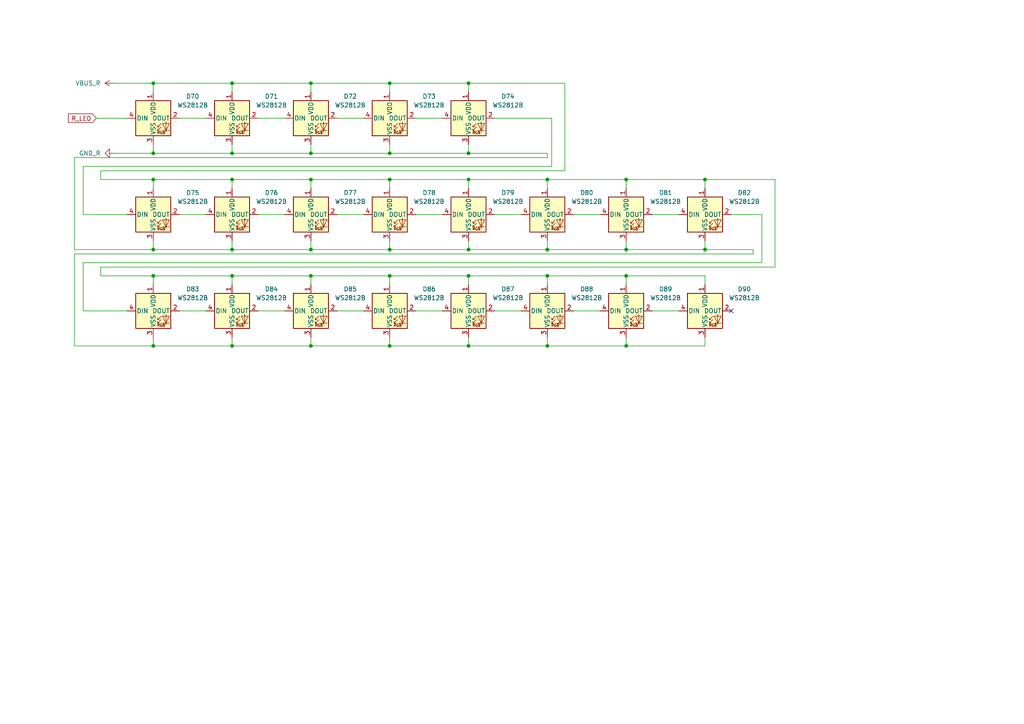
<source format=kicad_sch>
(kicad_sch (version 20231120) (generator "eeschema") (generator_version "8.0")
  (paper "A4")
  (lib_symbols
    (symbol "LED:WS2812B" (pin_names (offset 0.254))
      (property "Reference" "D" (at 5.08 5.715 0))
      (property "Value" "WS2812B" (at 1.27 -5.715 0))
      (symbol "WS2812B_0_0"
        (text "RGB" (at 2.286 -4.191 0) (effects (font (size 0.762 0.762))))
      )
      (symbol "WS2812B_0_1"
        (polyline (pts (xy 1.27 -3.556) (xy 1.778 -3.556)))
        (polyline (pts (xy 1.27 -2.54) (xy 1.778 -2.54)))
        (polyline (pts (xy 4.699 -3.556) (xy 2.667 -3.556)))
        (polyline (pts (xy 2.286 -2.54) (xy 1.27 -3.556) (xy 1.27 -3.048)))
        (polyline (pts (xy 2.286 -1.524) (xy 1.27 -2.54) (xy 1.27 -2.032)))
        (polyline (pts (xy 3.683 -1.016) (xy 3.683 -3.556) (xy 3.683 -4.064)))
        (polyline (pts (xy 4.699 -1.524) (xy 2.667 -1.524) (xy 3.683 -3.556) (xy 4.699 -1.524)))
        (rectangle (start 5.08 5.08) (end -5.08 -5.08) (stroke (width 0.254)) (fill (type background)))
      )
      (symbol "WS2812B_1_1"
        (pin power_in line (at 0 7.62 270) (length 2.54) (name "VDD") (number "1"))
        (pin output line (at 7.62 0 180) (length 2.54) (name "DOUT") (number "2"))
        (pin power_in line (at 0 -7.62 90) (length 2.54) (name "VSS") (number "3"))
        (pin input line (at -7.62 0 0) (length 2.54) (name "DIN") (number "4"))
      )
    )
    (symbol "power:GND" (power) (pin_numbers hide) (pin_names (offset 0) hide)
      (property "Value" "GND" (at 0 -3.81 0))
      (symbol "GND_0_1"
        (polyline (pts (xy 0 0) (xy 0 -1.27) (xy 1.27 -1.27) (xy 0 -2.54) (xy -1.27 -1.27) (xy 0 -1.27)))
      )
      (symbol "GND_1_1"
        (pin power_in line (at 0 0 270) (length 0) (name "~") (number "1"))
      )
    )
    (symbol "power:VBUS" (power) (pin_numbers hide) (pin_names (offset 0) hide)
      (property "Value" "VBUS" (at 0 3.556 0))
      (symbol "VBUS_0_1"
        (polyline (pts (xy -0.762 1.27) (xy 0 2.54)))
        (polyline (pts (xy 0 0) (xy 0 2.54)))
        (polyline (pts (xy 0 2.54) (xy 0.762 1.27)))
      )
      (symbol "VBUS_1_1"
        (pin power_in line (at 0 0 90) (length 0) (name "~") (number "1"))
      )
    )
  )
  (junction (at 113.03 52.07))
  (junction (at 44.45 100.33))
  (junction (at 204.47 52.07))
  (junction (at 67.31 52.07))
  (junction (at 135.89 52.07))
  (junction (at 135.89 80.01))
  (junction (at 158.75 100.33))
  (junction (at 158.75 80.01))
  (junction (at 158.75 52.07))
  (junction (at 44.45 52.07))
  (junction (at 113.03 72.39))
  (junction (at 113.03 24.13))
  (junction (at 44.45 80.01))
  (junction (at 67.31 24.13))
  (junction (at 67.31 72.39))
  (junction (at 113.03 80.01))
  (junction (at 181.61 100.33))
  (junction (at 90.17 44.45))
  (junction (at 181.61 80.01))
  (junction (at 181.61 72.39))
  (junction (at 67.31 44.45))
  (junction (at 135.89 72.39))
  (junction (at 44.45 44.45))
  (junction (at 181.61 52.07))
  (junction (at 204.47 72.39))
  (junction (at 90.17 72.39))
  (junction (at 67.31 100.33))
  (junction (at 67.31 80.01))
  (junction (at 113.03 44.45))
  (junction (at 90.17 52.07))
  (junction (at 44.45 72.39))
  (junction (at 44.45 24.13))
  (junction (at 135.89 24.13))
  (junction (at 90.17 80.01))
  (junction (at 113.03 100.33))
  (junction (at 90.17 100.33))
  (junction (at 90.17 24.13))
  (junction (at 158.75 72.39))
  (junction (at 135.89 44.45))
  (junction (at 135.89 100.33))
  (no_connect (at 212.09 90.17))
  (wire (pts (xy 21.59 100.33) (xy 44.45 100.33)))
  (wire (pts (xy 160.02 34.29) (xy 160.02 48.26)))
  (wire (pts (xy 44.45 44.45) (xy 67.31 44.45)))
  (wire (pts (xy 90.17 72.39) (xy 113.03 72.39)))
  (wire (pts (xy 143.51 34.29) (xy 160.02 34.29)))
  (wire (pts (xy 220.98 62.23) (xy 220.98 76.2)))
  (wire (pts (xy 212.09 62.23) (xy 220.98 62.23)))
  (wire (pts (xy 67.31 24.13) (xy 67.31 26.67)))
  (wire (pts (xy 158.75 80.01) (xy 181.61 80.01)))
  (wire (pts (xy 166.37 90.17) (xy 173.99 90.17)))
  (wire (pts (xy 21.59 72.39) (xy 44.45 72.39)))
  (wire (pts (xy 113.03 80.01) (xy 113.03 82.55)))
  (wire (pts (xy 135.89 52.07) (xy 158.75 52.07)))
  (wire (pts (xy 67.31 100.33) (xy 90.17 100.33)))
  (wire (pts (xy 113.03 100.33) (xy 135.89 100.33)))
  (wire (pts (xy 204.47 72.39) (xy 218.44 72.39)))
  (wire (pts (xy 90.17 52.07) (xy 113.03 52.07)))
  (wire (pts (xy 24.13 48.26) (xy 24.13 62.23)))
  (wire (pts (xy 113.03 52.07) (xy 135.89 52.07)))
  (wire (pts (xy 158.75 52.07) (xy 158.75 54.61)))
  (wire (pts (xy 163.83 49.53) (xy 29.21 49.53)))
  (wire (pts (xy 120.65 34.29) (xy 128.27 34.29)))
  (wire (pts (xy 143.51 62.23) (xy 151.13 62.23)))
  (wire (pts (xy 52.07 90.17) (xy 59.69 90.17)))
  (wire (pts (xy 158.75 72.39) (xy 158.75 69.85)))
  (wire (pts (xy 113.03 24.13) (xy 113.03 26.67)))
  (wire (pts (xy 143.51 90.17) (xy 151.13 90.17)))
  (wire (pts (xy 181.61 52.07) (xy 204.47 52.07)))
  (wire (pts (xy 220.98 76.2) (xy 24.13 76.2)))
  (wire (pts (xy 135.89 24.13) (xy 163.83 24.13)))
  (wire (pts (xy 113.03 24.13) (xy 135.89 24.13)))
  (wire (pts (xy 218.44 73.66) (xy 21.59 73.66)))
  (wire (pts (xy 113.03 52.07) (xy 113.03 54.61)))
  (wire (pts (xy 44.45 26.67) (xy 44.45 24.13)))
  (wire (pts (xy 181.61 100.33) (xy 181.61 97.79)))
  (wire (pts (xy 67.31 44.45) (xy 67.31 41.91)))
  (wire (pts (xy 24.13 62.23) (xy 36.83 62.23)))
  (wire (pts (xy 44.45 100.33) (xy 67.31 100.33)))
  (wire (pts (xy 135.89 44.45) (xy 158.75 44.45)))
  (wire (pts (xy 52.07 62.23) (xy 59.69 62.23)))
  (wire (pts (xy 67.31 100.33) (xy 67.31 97.79)))
  (wire (pts (xy 158.75 52.07) (xy 181.61 52.07)))
  (wire (pts (xy 29.21 52.07) (xy 44.45 52.07)))
  (wire (pts (xy 90.17 100.33) (xy 113.03 100.33)))
  (wire (pts (xy 189.23 90.17) (xy 196.85 90.17)))
  (wire (pts (xy 44.45 52.07) (xy 67.31 52.07)))
  (wire (pts (xy 120.65 62.23) (xy 128.27 62.23)))
  (wire (pts (xy 90.17 100.33) (xy 90.17 97.79)))
  (wire (pts (xy 97.79 62.23) (xy 105.41 62.23)))
  (wire (pts (xy 204.47 52.07) (xy 204.47 54.61)))
  (wire (pts (xy 158.75 44.45) (xy 158.75 45.72)))
  (wire (pts (xy 24.13 76.2) (xy 24.13 90.17)))
  (wire (pts (xy 67.31 80.01) (xy 90.17 80.01)))
  (wire (pts (xy 158.75 100.33) (xy 181.61 100.33)))
  (wire (pts (xy 113.03 72.39) (xy 135.89 72.39)))
  (wire (pts (xy 33.02 44.45) (xy 44.45 44.45)))
  (wire (pts (xy 158.75 100.33) (xy 158.75 97.79)))
  (wire (pts (xy 67.31 24.13) (xy 90.17 24.13)))
  (wire (pts (xy 44.45 24.13) (xy 67.31 24.13)))
  (wire (pts (xy 33.02 24.13) (xy 44.45 24.13)))
  (wire (pts (xy 24.13 90.17) (xy 36.83 90.17)))
  (wire (pts (xy 135.89 100.33) (xy 158.75 100.33)))
  (wire (pts (xy 204.47 52.07) (xy 224.79 52.07)))
  (wire (pts (xy 181.61 100.33) (xy 204.47 100.33)))
  (wire (pts (xy 52.07 34.29) (xy 59.69 34.29)))
  (wire (pts (xy 90.17 80.01) (xy 90.17 82.55)))
  (wire (pts (xy 135.89 69.85) (xy 135.89 72.39)))
  (wire (pts (xy 113.03 44.45) (xy 113.03 41.91)))
  (wire (pts (xy 181.61 80.01) (xy 181.61 82.55)))
  (wire (pts (xy 135.89 26.67) (xy 135.89 24.13)))
  (wire (pts (xy 158.75 45.72) (xy 21.59 45.72)))
  (wire (pts (xy 90.17 24.13) (xy 113.03 24.13)))
  (wire (pts (xy 27.94 34.29) (xy 36.83 34.29)))
  (wire (pts (xy 224.79 52.07) (xy 224.79 77.47)))
  (wire (pts (xy 97.79 34.29) (xy 105.41 34.29)))
  (wire (pts (xy 113.03 72.39) (xy 113.03 69.85)))
  (wire (pts (xy 44.45 97.79) (xy 44.45 100.33)))
  (wire (pts (xy 135.89 54.61) (xy 135.89 52.07)))
  (wire (pts (xy 74.93 62.23) (xy 82.55 62.23)))
  (wire (pts (xy 189.23 62.23) (xy 196.85 62.23)))
  (wire (pts (xy 163.83 24.13) (xy 163.83 49.53)))
  (wire (pts (xy 135.89 97.79) (xy 135.89 100.33)))
  (wire (pts (xy 67.31 80.01) (xy 67.31 82.55)))
  (wire (pts (xy 158.75 72.39) (xy 181.61 72.39)))
  (wire (pts (xy 181.61 52.07) (xy 181.61 54.61)))
  (wire (pts (xy 160.02 48.26) (xy 24.13 48.26)))
  (wire (pts (xy 135.89 82.55) (xy 135.89 80.01)))
  (wire (pts (xy 90.17 44.45) (xy 90.17 41.91)))
  (wire (pts (xy 135.89 80.01) (xy 158.75 80.01)))
  (wire (pts (xy 97.79 90.17) (xy 105.41 90.17)))
  (wire (pts (xy 67.31 44.45) (xy 90.17 44.45)))
  (wire (pts (xy 90.17 24.13) (xy 90.17 26.67)))
  (wire (pts (xy 29.21 80.01) (xy 44.45 80.01)))
  (wire (pts (xy 181.61 72.39) (xy 181.61 69.85)))
  (wire (pts (xy 44.45 72.39) (xy 67.31 72.39)))
  (wire (pts (xy 204.47 100.33) (xy 204.47 97.79)))
  (wire (pts (xy 67.31 72.39) (xy 67.31 69.85)))
  (wire (pts (xy 21.59 45.72) (xy 21.59 72.39)))
  (wire (pts (xy 44.45 54.61) (xy 44.45 52.07)))
  (wire (pts (xy 74.93 34.29) (xy 82.55 34.29)))
  (wire (pts (xy 135.89 72.39) (xy 158.75 72.39)))
  (wire (pts (xy 181.61 80.01) (xy 204.47 80.01)))
  (wire (pts (xy 74.93 90.17) (xy 82.55 90.17)))
  (wire (pts (xy 44.45 41.91) (xy 44.45 44.45)))
  (wire (pts (xy 90.17 52.07) (xy 90.17 54.61)))
  (wire (pts (xy 135.89 41.91) (xy 135.89 44.45)))
  (wire (pts (xy 218.44 72.39) (xy 218.44 73.66)))
  (wire (pts (xy 166.37 62.23) (xy 173.99 62.23)))
  (wire (pts (xy 158.75 80.01) (xy 158.75 82.55)))
  (wire (pts (xy 113.03 80.01) (xy 135.89 80.01)))
  (wire (pts (xy 44.45 69.85) (xy 44.45 72.39)))
  (wire (pts (xy 120.65 90.17) (xy 128.27 90.17)))
  (wire (pts (xy 204.47 80.01) (xy 204.47 82.55)))
  (wire (pts (xy 113.03 100.33) (xy 113.03 97.79)))
  (wire (pts (xy 90.17 80.01) (xy 113.03 80.01)))
  (wire (pts (xy 21.59 73.66) (xy 21.59 100.33)))
  (wire (pts (xy 90.17 72.39) (xy 90.17 69.85)))
  (wire (pts (xy 44.45 80.01) (xy 67.31 80.01)))
  (wire (pts (xy 224.79 77.47) (xy 29.21 77.47)))
  (wire (pts (xy 29.21 77.47) (xy 29.21 80.01)))
  (wire (pts (xy 44.45 82.55) (xy 44.45 80.01)))
  (wire (pts (xy 67.31 72.39) (xy 90.17 72.39)))
  (wire (pts (xy 29.21 49.53) (xy 29.21 52.07)))
  (wire (pts (xy 67.31 52.07) (xy 90.17 52.07)))
  (wire (pts (xy 113.03 44.45) (xy 135.89 44.45)))
  (wire (pts (xy 67.31 52.07) (xy 67.31 54.61)))
  (wire (pts (xy 90.17 44.45) (xy 113.03 44.45)))
  (wire (pts (xy 181.61 72.39) (xy 204.47 72.39)))
  (wire (pts (xy 204.47 72.39) (xy 204.47 69.85)))
  (global_label "R_LED" (shape input) (at 27.94 34.29 180) (property "Intersheetrefs" "${INTERSHEET_REFS}" (effects (hide yes))))
  (symbol (lib_id "LED:WS2812B") (at 44.45 90.17 0) (unit 1)
    (property "Reference" "D83" (at 55.88 83.8514 0))
    (property "Value" "WS2812B" (at 55.88 86.3914 0))
    (property "Footprint" "kicad-keyboard:MX_SK6812MINI-E" (effects (hide yes)))
    (property "Datasheet" "https://cdn-shop.adafruit.com/datasheets/WS2812B.pdf" (effects (hide yes)))
    (property "Description" "RGB LED with integrated controller" (effects (hide yes)))
  )
  (symbol (lib_id "power:VBUS") (at 33.02 24.13 90) (unit 1)
    (property "Reference" "#PWR015" (effects (hide yes)))
    (property "Value" "VBUS_R" (at 29.21 24.1299 90) (effects (justify left)))
    (property "Description" "Power symbol creates a global label with name \"VBUS\"" (effects (hide yes)))
  )
  (symbol (lib_id "LED:WS2812B") (at 67.31 90.17 0) (unit 1)
    (property "Reference" "D84" (at 78.74 83.8514 0))
    (property "Value" "WS2812B" (at 78.74 86.3914 0))
    (property "Footprint" "kicad-keyboard:MX_SK6812MINI-E" (effects (hide yes)))
    (property "Datasheet" "https://cdn-shop.adafruit.com/datasheets/WS2812B.pdf" (effects (hide yes)))
    (property "Description" "RGB LED with integrated controller" (effects (hide yes)))
  )
  (symbol (lib_id "LED:WS2812B") (at 135.89 34.29 0) (unit 1)
    (property "Reference" "D74" (at 147.32 27.9714 0))
    (property "Value" "WS2812B" (at 147.32 30.5114 0))
    (property "Footprint" "kicad-keyboard:MX_SK6812MINI-E" (effects (hide yes)))
    (property "Datasheet" "https://cdn-shop.adafruit.com/datasheets/WS2812B.pdf" (effects (hide yes)))
    (property "Description" "RGB LED with integrated controller" (effects (hide yes)))
  )
  (symbol (lib_id "LED:WS2812B") (at 158.75 62.23 0) (unit 1)
    (property "Reference" "D80" (at 170.18 55.9114 0))
    (property "Value" "WS2812B" (at 170.18 58.4514 0))
    (property "Footprint" "kicad-keyboard:MX_SK6812MINI-E" (effects (hide yes)))
    (property "Datasheet" "https://cdn-shop.adafruit.com/datasheets/WS2812B.pdf" (effects (hide yes)))
    (property "Description" "RGB LED with integrated controller" (effects (hide yes)))
  )
  (symbol (lib_id "LED:WS2812B") (at 44.45 62.23 0) (unit 1)
    (property "Reference" "D75" (at 55.88 55.9114 0))
    (property "Value" "WS2812B" (at 55.88 58.4514 0))
    (property "Footprint" "kicad-keyboard:MX_SK6812MINI-E" (effects (hide yes)))
    (property "Datasheet" "https://cdn-shop.adafruit.com/datasheets/WS2812B.pdf" (effects (hide yes)))
    (property "Description" "RGB LED with integrated controller" (effects (hide yes)))
  )
  (symbol (lib_id "LED:WS2812B") (at 90.17 34.29 0) (unit 1)
    (property "Reference" "D72" (at 101.6 27.9714 0))
    (property "Value" "WS2812B" (at 101.6 30.5114 0))
    (property "Footprint" "kicad-keyboard:MX_SK6812MINI-E" (effects (hide yes)))
    (property "Datasheet" "https://cdn-shop.adafruit.com/datasheets/WS2812B.pdf" (effects (hide yes)))
    (property "Description" "RGB LED with integrated controller" (effects (hide yes)))
  )
  (symbol (lib_id "LED:WS2812B") (at 135.89 90.17 0) (unit 1)
    (property "Reference" "D87" (at 147.32 83.8514 0))
    (property "Value" "WS2812B" (at 147.32 86.3914 0))
    (property "Footprint" "kicad-keyboard:MX_SK6812MINI-E" (effects (hide yes)))
    (property "Datasheet" "https://cdn-shop.adafruit.com/datasheets/WS2812B.pdf" (effects (hide yes)))
    (property "Description" "RGB LED with integrated controller" (effects (hide yes)))
  )
  (symbol (lib_id "LED:WS2812B") (at 67.31 34.29 0) (unit 1)
    (property "Reference" "D71" (at 78.74 27.9714 0))
    (property "Value" "WS2812B" (at 78.74 30.5114 0))
    (property "Footprint" "kicad-keyboard:MX_SK6812MINI-E" (effects (hide yes)))
    (property "Datasheet" "https://cdn-shop.adafruit.com/datasheets/WS2812B.pdf" (effects (hide yes)))
    (property "Description" "RGB LED with integrated controller" (effects (hide yes)))
  )
  (symbol (lib_id "LED:WS2812B") (at 204.47 90.17 0) (unit 1)
    (property "Reference" "D90" (at 215.9 83.8514 0))
    (property "Value" "WS2812B" (at 215.9 86.3914 0))
    (property "Footprint" "kicad-keyboard:MX_SK6812MINI-E" (effects (hide yes)))
    (property "Datasheet" "https://cdn-shop.adafruit.com/datasheets/WS2812B.pdf" (effects (hide yes)))
    (property "Description" "RGB LED with integrated controller" (effects (hide yes)))
  )
  (symbol (lib_id "LED:WS2812B") (at 158.75 90.17 0) (unit 1)
    (property "Reference" "D88" (at 170.18 83.8514 0))
    (property "Value" "WS2812B" (at 170.18 86.3914 0))
    (property "Footprint" "kicad-keyboard:MX_SK6812MINI-E" (effects (hide yes)))
    (property "Datasheet" "https://cdn-shop.adafruit.com/datasheets/WS2812B.pdf" (effects (hide yes)))
    (property "Description" "RGB LED with integrated controller" (effects (hide yes)))
  )
  (symbol (lib_id "LED:WS2812B") (at 204.47 62.23 0) (unit 1)
    (property "Reference" "D82" (at 215.9 55.9114 0))
    (property "Value" "WS2812B" (at 215.9 58.4514 0))
    (property "Footprint" "kicad-keyboard:MX_SK6812MINI-E" (effects (hide yes)))
    (property "Datasheet" "https://cdn-shop.adafruit.com/datasheets/WS2812B.pdf" (effects (hide yes)))
    (property "Description" "RGB LED with integrated controller" (effects (hide yes)))
  )
  (symbol (lib_id "LED:WS2812B") (at 113.03 34.29 0) (unit 1)
    (property "Reference" "D73" (at 124.46 27.9714 0))
    (property "Value" "WS2812B" (at 124.46 30.5114 0))
    (property "Footprint" "kicad-keyboard:MX_SK6812MINI-E" (effects (hide yes)))
    (property "Datasheet" "https://cdn-shop.adafruit.com/datasheets/WS2812B.pdf" (effects (hide yes)))
    (property "Description" "RGB LED with integrated controller" (effects (hide yes)))
  )
  (symbol (lib_id "LED:WS2812B") (at 90.17 62.23 0) (unit 1)
    (property "Reference" "D77" (at 101.6 55.9114 0))
    (property "Value" "WS2812B" (at 101.6 58.4514 0))
    (property "Footprint" "kicad-keyboard:MX_SK6812MINI-E" (effects (hide yes)))
    (property "Datasheet" "https://cdn-shop.adafruit.com/datasheets/WS2812B.pdf" (effects (hide yes)))
    (property "Description" "RGB LED with integrated controller" (effects (hide yes)))
  )
  (symbol (lib_id "LED:WS2812B") (at 135.89 62.23 0) (unit 1)
    (property "Reference" "D79" (at 147.32 55.9114 0))
    (property "Value" "WS2812B" (at 147.32 58.4514 0))
    (property "Footprint" "kicad-keyboard:MX_SK6812MINI-E" (effects (hide yes)))
    (property "Datasheet" "https://cdn-shop.adafruit.com/datasheets/WS2812B.pdf" (effects (hide yes)))
    (property "Description" "RGB LED with integrated controller" (effects (hide yes)))
  )
  (symbol (lib_id "LED:WS2812B") (at 113.03 90.17 0) (unit 1)
    (property "Reference" "D86" (at 124.46 83.8514 0))
    (property "Value" "WS2812B" (at 124.46 86.3914 0))
    (property "Footprint" "kicad-keyboard:MX_SK6812MINI-E" (effects (hide yes)))
    (property "Datasheet" "https://cdn-shop.adafruit.com/datasheets/WS2812B.pdf" (effects (hide yes)))
    (property "Description" "RGB LED with integrated controller" (effects (hide yes)))
  )
  (symbol (lib_id "LED:WS2812B") (at 181.61 90.17 0) (unit 1)
    (property "Reference" "D89" (at 193.04 83.8514 0))
    (property "Value" "WS2812B" (at 193.04 86.3914 0))
    (property "Footprint" "kicad-keyboard:MX_SK6812MINI-E" (effects (hide yes)))
    (property "Datasheet" "https://cdn-shop.adafruit.com/datasheets/WS2812B.pdf" (effects (hide yes)))
    (property "Description" "RGB LED with integrated controller" (effects (hide yes)))
  )
  (symbol (lib_id "LED:WS2812B") (at 90.17 90.17 0) (unit 1)
    (property "Reference" "D85" (at 101.6 83.8514 0))
    (property "Value" "WS2812B" (at 101.6 86.3914 0))
    (property "Footprint" "kicad-keyboard:MX_SK6812MINI-E" (effects (hide yes)))
    (property "Datasheet" "https://cdn-shop.adafruit.com/datasheets/WS2812B.pdf" (effects (hide yes)))
    (property "Description" "RGB LED with integrated controller" (effects (hide yes)))
  )
  (symbol (lib_id "LED:WS2812B") (at 44.45 34.29 0) (unit 1)
    (property "Reference" "D70" (at 55.88 27.9714 0))
    (property "Value" "WS2812B" (at 55.88 30.5114 0))
    (property "Footprint" "kicad-keyboard:MX_SK6812MINI-E" (effects (hide yes)))
    (property "Datasheet" "https://cdn-shop.adafruit.com/datasheets/WS2812B.pdf" (effects (hide yes)))
    (property "Description" "RGB LED with integrated controller" (effects (hide yes)))
  )
  (symbol (lib_id "power:GND") (at 33.02 44.45 270) (unit 1)
    (property "Reference" "#PWR016" (effects (hide yes)))
    (property "Value" "GND_R" (at 29.21 44.4499 90) (effects (justify right)))
    (property "Description" "Power symbol creates a global label with name \"GND\" , ground" (effects (hide yes)))
  )
  (symbol (lib_id "LED:WS2812B") (at 113.03 62.23 0) (unit 1)
    (property "Reference" "D78" (at 124.46 55.9114 0))
    (property "Value" "WS2812B" (at 124.46 58.4514 0))
    (property "Footprint" "kicad-keyboard:MX_SK6812MINI-E" (effects (hide yes)))
    (property "Datasheet" "https://cdn-shop.adafruit.com/datasheets/WS2812B.pdf" (effects (hide yes)))
    (property "Description" "RGB LED with integrated controller" (effects (hide yes)))
  )
  (symbol (lib_id "LED:WS2812B") (at 181.61 62.23 0) (unit 1)
    (property "Reference" "D81" (at 193.04 55.9114 0))
    (property "Value" "WS2812B" (at 193.04 58.4514 0))
    (property "Footprint" "kicad-keyboard:MX_SK6812MINI-E" (effects (hide yes)))
    (property "Datasheet" "https://cdn-shop.adafruit.com/datasheets/WS2812B.pdf" (effects (hide yes)))
    (property "Description" "RGB LED with integrated controller" (effects (hide yes)))
  )
  (symbol (lib_id "LED:WS2812B") (at 67.31 62.23 0) (unit 1)
    (property "Reference" "D76" (at 78.74 55.9114 0))
    (property "Value" "WS2812B" (at 78.74 58.4514 0))
    (property "Footprint" "kicad-keyboard:MX_SK6812MINI-E" (effects (hide yes)))
    (property "Datasheet" "https://cdn-shop.adafruit.com/datasheets/WS2812B.pdf" (effects (hide yes)))
    (property "Description" "RGB LED with integrated controller" (effects (hide yes)))
  )
)
</source>
